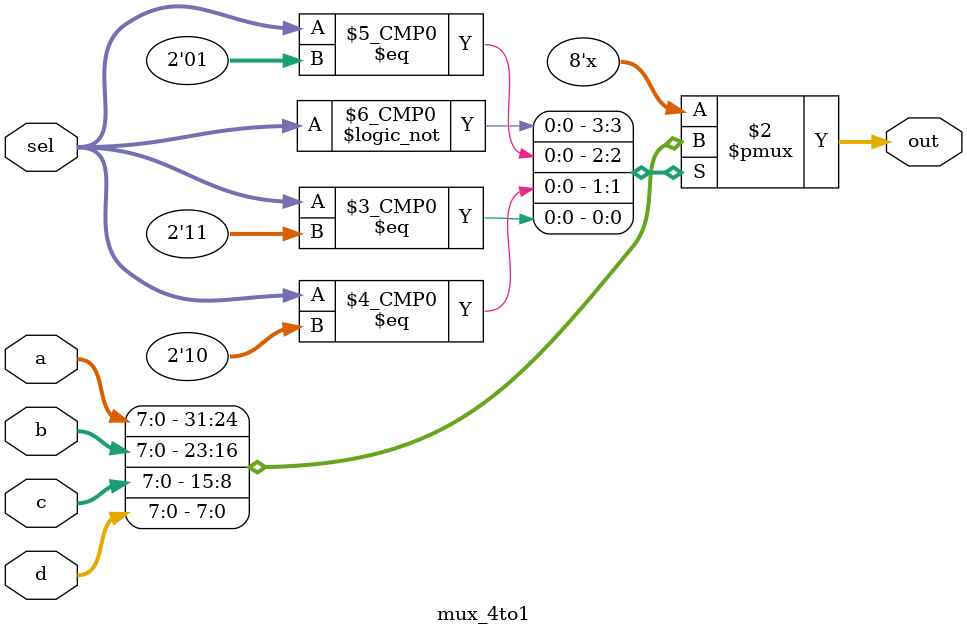
<source format=v>
`timescale 1ns / 1ps


module mux_4to1(
    input [7:0] a,
    input [7:0] b,
    input [7:0] c,
    input [7:0] d,
    input [1:0] sel,
    output reg [7:0] out
    );
    
always@(a, b, c, d, sel) begin
    case(sel)
        2'b00: out <= a;
        2'b01: out <= b;
        2'b10: out <= c;
        2'b11: out <= d;
    endcase
end
    
endmodule

</source>
